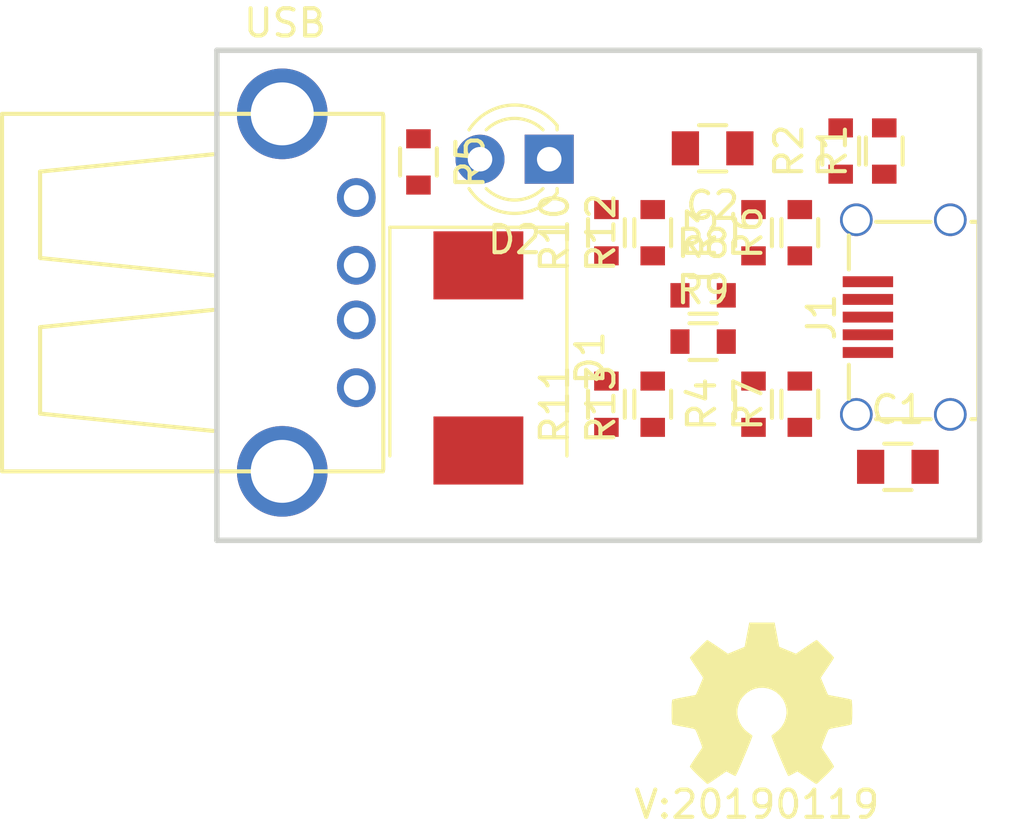
<source format=kicad_pcb>
(kicad_pcb (version 20171130) (host pcbnew 5.0.2-bee76a0~70~ubuntu18.04.1)

  (general
    (thickness 1.6)
    (drawings 4)
    (tracks 0)
    (zones 0)
    (modules 21)
    (nets 10)
  )

  (page A4)
  (layers
    (0 F.Cu signal)
    (31 B.Cu signal)
    (32 B.Adhes user)
    (33 F.Adhes user)
    (34 B.Paste user)
    (35 F.Paste user)
    (36 B.SilkS user)
    (37 F.SilkS user)
    (38 B.Mask user)
    (39 F.Mask user)
    (40 Dwgs.User user)
    (41 Cmts.User user)
    (42 Eco1.User user)
    (43 Eco2.User user)
    (44 Edge.Cuts user)
    (45 Margin user)
    (46 B.CrtYd user)
    (47 F.CrtYd user)
    (48 B.Fab user)
    (49 F.Fab user)
  )

  (setup
    (last_trace_width 0.1524)
    (user_trace_width 0.1524)
    (user_trace_width 0.2)
    (user_trace_width 0.3)
    (user_trace_width 0.4)
    (user_trace_width 0.6)
    (user_trace_width 1)
    (user_trace_width 1.5)
    (user_trace_width 2)
    (trace_clearance 0.1524)
    (zone_clearance 0.508)
    (zone_45_only no)
    (trace_min 0.1524)
    (segment_width 0.2)
    (edge_width 0.15)
    (via_size 0.381)
    (via_drill 0.254)
    (via_min_size 0.381)
    (via_min_drill 0.254)
    (user_via 0.4 0.254)
    (user_via 0.6 0.4)
    (user_via 0.8 0.6)
    (user_via 1 0.8)
    (user_via 1.3 1)
    (user_via 1.5 1.2)
    (user_via 1.7 1.4)
    (user_via 1.9 1.6)
    (uvia_size 0.381)
    (uvia_drill 0.254)
    (uvias_allowed no)
    (uvia_min_size 0.381)
    (uvia_min_drill 0.254)
    (pcb_text_width 0.3)
    (pcb_text_size 1.5 1.5)
    (mod_edge_width 0.15)
    (mod_text_size 1 1)
    (mod_text_width 0.15)
    (pad_size 1.524 1.524)
    (pad_drill 0.762)
    (pad_to_mask_clearance 0.2)
    (solder_mask_min_width 0.25)
    (aux_axis_origin 0 0)
    (visible_elements FFFFFF7F)
    (pcbplotparams
      (layerselection 0x010fc_ffffffff)
      (usegerberextensions true)
      (usegerberattributes false)
      (usegerberadvancedattributes false)
      (creategerberjobfile false)
      (excludeedgelayer true)
      (linewidth 0.100000)
      (plotframeref false)
      (viasonmask false)
      (mode 1)
      (useauxorigin false)
      (hpglpennumber 1)
      (hpglpenspeed 20)
      (hpglpendiameter 15.000000)
      (psnegative false)
      (psa4output false)
      (plotreference true)
      (plotvalue true)
      (plotinvisibletext false)
      (padsonsilk false)
      (subtractmaskfromsilk false)
      (outputformat 1)
      (mirror false)
      (drillshape 0)
      (scaleselection 1)
      (outputdirectory "OSH_Park_2_layer_plots"))
  )

  (net 0 "")
  (net 1 GND)
  (net 2 /shield)
  (net 3 VCC)
  (net 4 "Net-(D2-Pad2)")
  (net 5 "Net-(J1-Pad4)")
  (net 6 /USB_IN_D+)
  (net 7 /USB_IN_D-)
  (net 8 /USB_OUT_D+)
  (net 9 /USB_OUT_D-)

  (net_class Default "This is the default net class."
    (clearance 0.1524)
    (trace_width 0.1524)
    (via_dia 0.381)
    (via_drill 0.254)
    (uvia_dia 0.381)
    (uvia_drill 0.254)
    (add_net /USB_IN_D+)
    (add_net /USB_IN_D-)
    (add_net /USB_OUT_D+)
    (add_net /USB_OUT_D-)
    (add_net /shield)
    (add_net GND)
    (add_net "Net-(D2-Pad2)")
    (add_net "Net-(J1-Pad4)")
    (add_net VCC)
  )

  (module Symbols:OSHW-Symbol_6.7x6mm_SilkScreen (layer F.Cu) (tedit 0) (tstamp 5A135134)
    (at 148 101)
    (descr "Open Source Hardware Symbol")
    (tags "Logo Symbol OSHW")
    (path /5A135869)
    (attr virtual)
    (fp_text reference N1 (at 0 0) (layer F.SilkS) hide
      (effects (font (size 1 1) (thickness 0.15)))
    )
    (fp_text value OHWLOGO (at 0.75 0) (layer F.Fab) hide
      (effects (font (size 1 1) (thickness 0.15)))
    )
    (fp_poly (pts (xy 0.555814 -2.531069) (xy 0.639635 -2.086445) (xy 0.94892 -1.958947) (xy 1.258206 -1.831449)
      (xy 1.629246 -2.083754) (xy 1.733157 -2.154004) (xy 1.827087 -2.216728) (xy 1.906652 -2.269062)
      (xy 1.96747 -2.308143) (xy 2.005157 -2.331107) (xy 2.015421 -2.336058) (xy 2.03391 -2.323324)
      (xy 2.07342 -2.288118) (xy 2.129522 -2.234938) (xy 2.197787 -2.168282) (xy 2.273786 -2.092646)
      (xy 2.353092 -2.012528) (xy 2.431275 -1.932426) (xy 2.503907 -1.856836) (xy 2.566559 -1.790255)
      (xy 2.614803 -1.737182) (xy 2.64421 -1.702113) (xy 2.651241 -1.690377) (xy 2.641123 -1.66874)
      (xy 2.612759 -1.621338) (xy 2.569129 -1.552807) (xy 2.513218 -1.467785) (xy 2.448006 -1.370907)
      (xy 2.410219 -1.31565) (xy 2.341343 -1.214752) (xy 2.28014 -1.123701) (xy 2.229578 -1.04703)
      (xy 2.192628 -0.989272) (xy 2.172258 -0.954957) (xy 2.169197 -0.947746) (xy 2.176136 -0.927252)
      (xy 2.195051 -0.879487) (xy 2.223087 -0.811168) (xy 2.257391 -0.729011) (xy 2.295109 -0.63973)
      (xy 2.333387 -0.550042) (xy 2.36937 -0.466662) (xy 2.400206 -0.396306) (xy 2.423039 -0.34569)
      (xy 2.435017 -0.321529) (xy 2.435724 -0.320578) (xy 2.454531 -0.315964) (xy 2.504618 -0.305672)
      (xy 2.580793 -0.290713) (xy 2.677865 -0.272099) (xy 2.790643 -0.250841) (xy 2.856442 -0.238582)
      (xy 2.97695 -0.215638) (xy 3.085797 -0.193805) (xy 3.177476 -0.174278) (xy 3.246481 -0.158252)
      (xy 3.287304 -0.146921) (xy 3.295511 -0.143326) (xy 3.303548 -0.118994) (xy 3.310033 -0.064041)
      (xy 3.31497 0.015108) (xy 3.318364 0.112026) (xy 3.320218 0.220287) (xy 3.320538 0.333465)
      (xy 3.319327 0.445135) (xy 3.31659 0.548868) (xy 3.312331 0.638241) (xy 3.306555 0.706826)
      (xy 3.299267 0.748197) (xy 3.294895 0.75681) (xy 3.268764 0.767133) (xy 3.213393 0.781892)
      (xy 3.136107 0.799352) (xy 3.04423 0.81778) (xy 3.012158 0.823741) (xy 2.857524 0.852066)
      (xy 2.735375 0.874876) (xy 2.641673 0.89308) (xy 2.572384 0.907583) (xy 2.523471 0.919292)
      (xy 2.490897 0.929115) (xy 2.470628 0.937956) (xy 2.458626 0.946724) (xy 2.456947 0.948457)
      (xy 2.440184 0.976371) (xy 2.414614 1.030695) (xy 2.382788 1.104777) (xy 2.34726 1.191965)
      (xy 2.310583 1.285608) (xy 2.275311 1.379052) (xy 2.243996 1.465647) (xy 2.219193 1.53874)
      (xy 2.203454 1.591678) (xy 2.199332 1.617811) (xy 2.199676 1.618726) (xy 2.213641 1.640086)
      (xy 2.245322 1.687084) (xy 2.291391 1.754827) (xy 2.348518 1.838423) (xy 2.413373 1.932982)
      (xy 2.431843 1.959854) (xy 2.497699 2.057275) (xy 2.55565 2.146163) (xy 2.602538 2.221412)
      (xy 2.635207 2.27792) (xy 2.6505 2.310581) (xy 2.651241 2.314593) (xy 2.638392 2.335684)
      (xy 2.602888 2.377464) (xy 2.549293 2.435445) (xy 2.482171 2.505135) (xy 2.406087 2.582045)
      (xy 2.325604 2.661683) (xy 2.245287 2.739561) (xy 2.169699 2.811186) (xy 2.103405 2.87207)
      (xy 2.050969 2.917721) (xy 2.016955 2.94365) (xy 2.007545 2.947883) (xy 1.985643 2.937912)
      (xy 1.9408 2.91102) (xy 1.880321 2.871736) (xy 1.833789 2.840117) (xy 1.749475 2.782098)
      (xy 1.649626 2.713784) (xy 1.549473 2.645579) (xy 1.495627 2.609075) (xy 1.313371 2.4858)
      (xy 1.160381 2.56852) (xy 1.090682 2.604759) (xy 1.031414 2.632926) (xy 0.991311 2.648991)
      (xy 0.981103 2.651226) (xy 0.968829 2.634722) (xy 0.944613 2.588082) (xy 0.910263 2.515609)
      (xy 0.867588 2.421606) (xy 0.818394 2.310374) (xy 0.76449 2.186215) (xy 0.707684 2.053432)
      (xy 0.649782 1.916327) (xy 0.592593 1.779202) (xy 0.537924 1.646358) (xy 0.487584 1.522098)
      (xy 0.44338 1.410725) (xy 0.407119 1.316539) (xy 0.380609 1.243844) (xy 0.365658 1.196941)
      (xy 0.363254 1.180833) (xy 0.382311 1.160286) (xy 0.424036 1.126933) (xy 0.479706 1.087702)
      (xy 0.484378 1.084599) (xy 0.628264 0.969423) (xy 0.744283 0.835053) (xy 0.83143 0.685784)
      (xy 0.888699 0.525913) (xy 0.915086 0.359737) (xy 0.909585 0.191552) (xy 0.87119 0.025655)
      (xy 0.798895 -0.133658) (xy 0.777626 -0.168513) (xy 0.666996 -0.309263) (xy 0.536302 -0.422286)
      (xy 0.390064 -0.506997) (xy 0.232808 -0.562806) (xy 0.069057 -0.589126) (xy -0.096667 -0.58537)
      (xy -0.259838 -0.55095) (xy -0.415935 -0.485277) (xy -0.560433 -0.387765) (xy -0.605131 -0.348187)
      (xy -0.718888 -0.224297) (xy -0.801782 -0.093876) (xy -0.858644 0.052315) (xy -0.890313 0.197088)
      (xy -0.898131 0.35986) (xy -0.872062 0.52344) (xy -0.814755 0.682298) (xy -0.728856 0.830906)
      (xy -0.617014 0.963735) (xy -0.481877 1.075256) (xy -0.464117 1.087011) (xy -0.40785 1.125508)
      (xy -0.365077 1.158863) (xy -0.344628 1.18016) (xy -0.344331 1.180833) (xy -0.348721 1.203871)
      (xy -0.366124 1.256157) (xy -0.394732 1.33339) (xy -0.432735 1.431268) (xy -0.478326 1.545491)
      (xy -0.529697 1.671758) (xy -0.585038 1.805767) (xy -0.642542 1.943218) (xy -0.700399 2.079808)
      (xy -0.756802 2.211237) (xy -0.809942 2.333205) (xy -0.85801 2.441409) (xy -0.899199 2.531549)
      (xy -0.931699 2.599323) (xy -0.953703 2.64043) (xy -0.962564 2.651226) (xy -0.98964 2.642819)
      (xy -1.040303 2.620272) (xy -1.105817 2.587613) (xy -1.141841 2.56852) (xy -1.294832 2.4858)
      (xy -1.477088 2.609075) (xy -1.570125 2.672228) (xy -1.671985 2.741727) (xy -1.767438 2.807165)
      (xy -1.81525 2.840117) (xy -1.882495 2.885273) (xy -1.939436 2.921057) (xy -1.978646 2.942938)
      (xy -1.991381 2.947563) (xy -2.009917 2.935085) (xy -2.050941 2.900252) (xy -2.110475 2.846678)
      (xy -2.184542 2.777983) (xy -2.269165 2.697781) (xy -2.322685 2.646286) (xy -2.416319 2.554286)
      (xy -2.497241 2.471999) (xy -2.562177 2.402945) (xy -2.607858 2.350644) (xy -2.631011 2.318616)
      (xy -2.633232 2.312116) (xy -2.622924 2.287394) (xy -2.594439 2.237405) (xy -2.550937 2.167212)
      (xy -2.495577 2.081875) (xy -2.43152 1.986456) (xy -2.413303 1.959854) (xy -2.346927 1.863167)
      (xy -2.287378 1.776117) (xy -2.237984 1.703595) (xy -2.202075 1.650493) (xy -2.182981 1.621703)
      (xy -2.181136 1.618726) (xy -2.183895 1.595782) (xy -2.198538 1.545336) (xy -2.222513 1.474041)
      (xy -2.253266 1.388547) (xy -2.288244 1.295507) (xy -2.324893 1.201574) (xy -2.360661 1.113399)
      (xy -2.392994 1.037634) (xy -2.419338 0.980931) (xy -2.437142 0.949943) (xy -2.438407 0.948457)
      (xy -2.449294 0.939601) (xy -2.467682 0.930843) (xy -2.497606 0.921277) (xy -2.543103 0.909996)
      (xy -2.608209 0.896093) (xy -2.696961 0.878663) (xy -2.813393 0.856798) (xy -2.961542 0.829591)
      (xy -2.993618 0.823741) (xy -3.088686 0.805374) (xy -3.171565 0.787405) (xy -3.23493 0.771569)
      (xy -3.271458 0.7596) (xy -3.276356 0.75681) (xy -3.284427 0.732072) (xy -3.290987 0.67679)
      (xy -3.296033 0.597389) (xy -3.299559 0.500296) (xy -3.301561 0.391938) (xy -3.302036 0.27874)
      (xy -3.300977 0.167128) (xy -3.298382 0.063529) (xy -3.294246 -0.025632) (xy -3.288563 -0.093928)
      (xy -3.281331 -0.134934) (xy -3.276971 -0.143326) (xy -3.252698 -0.151792) (xy -3.197426 -0.165565)
      (xy -3.116662 -0.18345) (xy -3.015912 -0.204252) (xy -2.900683 -0.226777) (xy -2.837902 -0.238582)
      (xy -2.718787 -0.260849) (xy -2.612565 -0.281021) (xy -2.524427 -0.298085) (xy -2.459566 -0.311031)
      (xy -2.423174 -0.318845) (xy -2.417184 -0.320578) (xy -2.407061 -0.34011) (xy -2.385662 -0.387157)
      (xy -2.355839 -0.454997) (xy -2.320445 -0.536909) (xy -2.282332 -0.626172) (xy -2.244353 -0.716065)
      (xy -2.20936 -0.799865) (xy -2.180206 -0.870853) (xy -2.159743 -0.922306) (xy -2.150823 -0.947503)
      (xy -2.150657 -0.948604) (xy -2.160769 -0.968481) (xy -2.189117 -1.014223) (xy -2.232723 -1.081283)
      (xy -2.288606 -1.165116) (xy -2.353787 -1.261174) (xy -2.391679 -1.31635) (xy -2.460725 -1.417519)
      (xy -2.52205 -1.50937) (xy -2.572663 -1.587256) (xy -2.609571 -1.646531) (xy -2.629782 -1.682549)
      (xy -2.632701 -1.690623) (xy -2.620153 -1.709416) (xy -2.585463 -1.749543) (xy -2.533063 -1.806507)
      (xy -2.467384 -1.875815) (xy -2.392856 -1.952969) (xy -2.313913 -2.033475) (xy -2.234983 -2.112837)
      (xy -2.1605 -2.18656) (xy -2.094894 -2.250148) (xy -2.042596 -2.299106) (xy -2.008039 -2.328939)
      (xy -1.996478 -2.336058) (xy -1.977654 -2.326047) (xy -1.932631 -2.297922) (xy -1.865787 -2.254546)
      (xy -1.781499 -2.198782) (xy -1.684144 -2.133494) (xy -1.610707 -2.083754) (xy -1.239667 -1.831449)
      (xy -0.621095 -2.086445) (xy -0.537275 -2.531069) (xy -0.453454 -2.975693) (xy 0.471994 -2.975693)
      (xy 0.555814 -2.531069)) (layer F.SilkS) (width 0.01))
  )

  (module SquantorLabels:Label_version (layer F.Cu) (tedit 5B5A1E49) (tstamp 5B96DD88)
    (at 148.9 104.8)
    (path /5A1357A5)
    (fp_text reference N2 (at 0 1.4) (layer F.Fab) hide
      (effects (font (size 1 1) (thickness 0.15)))
    )
    (fp_text value 20190119 (at -0.4 -0.1) (layer F.SilkS)
      (effects (font (size 1 1) (thickness 0.15)))
    )
    (fp_text user V: (at -4.9 -0.1) (layer F.SilkS)
      (effects (font (size 1 1) (thickness 0.15)))
    )
  )

  (module SquantorRcl:C_0805 (layer F.Cu) (tedit 5415D6EA) (tstamp 5C5AF798)
    (at 153 92.3)
    (descr "Capacitor SMD 0805, reflow soldering, AVX (see smccp.pdf)")
    (tags "capacitor 0805")
    (path /5C44011C)
    (attr smd)
    (fp_text reference C1 (at 0 -2.1) (layer F.SilkS)
      (effects (font (size 1 1) (thickness 0.15)))
    )
    (fp_text value 10n (at 0 2.1) (layer F.Fab)
      (effects (font (size 1 1) (thickness 0.15)))
    )
    (fp_line (start -1 0.625) (end -1 -0.625) (layer F.Fab) (width 0.15))
    (fp_line (start 1 0.625) (end -1 0.625) (layer F.Fab) (width 0.15))
    (fp_line (start 1 -0.625) (end 1 0.625) (layer F.Fab) (width 0.15))
    (fp_line (start -1 -0.625) (end 1 -0.625) (layer F.Fab) (width 0.15))
    (fp_line (start -1.8 -1) (end 1.8 -1) (layer F.CrtYd) (width 0.05))
    (fp_line (start -1.8 1) (end 1.8 1) (layer F.CrtYd) (width 0.05))
    (fp_line (start -1.8 -1) (end -1.8 1) (layer F.CrtYd) (width 0.05))
    (fp_line (start 1.8 -1) (end 1.8 1) (layer F.CrtYd) (width 0.05))
    (fp_line (start 0.5 -0.85) (end -0.5 -0.85) (layer F.SilkS) (width 0.15))
    (fp_line (start -0.5 0.85) (end 0.5 0.85) (layer F.SilkS) (width 0.15))
    (pad 1 smd rect (at -1 0) (size 1 1.25) (layers F.Cu F.Paste F.Mask)
      (net 1 GND))
    (pad 2 smd rect (at 1 0) (size 1 1.25) (layers F.Cu F.Paste F.Mask)
      (net 2 /shield))
    (model Capacitors_SMD.3dshapes/C_0805.wrl
      (at (xyz 0 0 0))
      (scale (xyz 1 1 1))
      (rotate (xyz 0 0 0))
    )
  )

  (module SquantorRcl:C_0805 (layer F.Cu) (tedit 5415D6EA) (tstamp 5C5AF7A8)
    (at 146.2 80.6 180)
    (descr "Capacitor SMD 0805, reflow soldering, AVX (see smccp.pdf)")
    (tags "capacitor 0805")
    (path /5C4422BD)
    (attr smd)
    (fp_text reference C2 (at 0 -2.1 180) (layer F.SilkS)
      (effects (font (size 1 1) (thickness 0.15)))
    )
    (fp_text value 2.2u (at 0 2.1 180) (layer F.Fab)
      (effects (font (size 1 1) (thickness 0.15)))
    )
    (fp_line (start -0.5 0.85) (end 0.5 0.85) (layer F.SilkS) (width 0.15))
    (fp_line (start 0.5 -0.85) (end -0.5 -0.85) (layer F.SilkS) (width 0.15))
    (fp_line (start 1.8 -1) (end 1.8 1) (layer F.CrtYd) (width 0.05))
    (fp_line (start -1.8 -1) (end -1.8 1) (layer F.CrtYd) (width 0.05))
    (fp_line (start -1.8 1) (end 1.8 1) (layer F.CrtYd) (width 0.05))
    (fp_line (start -1.8 -1) (end 1.8 -1) (layer F.CrtYd) (width 0.05))
    (fp_line (start -1 -0.625) (end 1 -0.625) (layer F.Fab) (width 0.15))
    (fp_line (start 1 -0.625) (end 1 0.625) (layer F.Fab) (width 0.15))
    (fp_line (start 1 0.625) (end -1 0.625) (layer F.Fab) (width 0.15))
    (fp_line (start -1 0.625) (end -1 -0.625) (layer F.Fab) (width 0.15))
    (pad 2 smd rect (at 1 0 180) (size 1 1.25) (layers F.Cu F.Paste F.Mask)
      (net 3 VCC))
    (pad 1 smd rect (at -1 0 180) (size 1 1.25) (layers F.Cu F.Paste F.Mask)
      (net 1 GND))
    (model Capacitors_SMD.3dshapes/C_0805.wrl
      (at (xyz 0 0 0))
      (scale (xyz 1 1 1))
      (rotate (xyz 0 0 0))
    )
  )

  (module Diode_SMD:D_SMC (layer F.Cu) (tedit 5864295D) (tstamp 5C5AF7C0)
    (at 137.6 88.3 270)
    (descr "Diode SMC (DO-214AB)")
    (tags "Diode SMC (DO-214AB)")
    (path /5C4447BE)
    (attr smd)
    (fp_text reference D1 (at 0 -4.1 270) (layer F.SilkS)
      (effects (font (size 1 1) (thickness 0.15)))
    )
    (fp_text value 5V_TVS (at 0 4.2 270) (layer F.Fab)
      (effects (font (size 1 1) (thickness 0.15)))
    )
    (fp_text user %R (at 0 -1.9 270) (layer F.Fab)
      (effects (font (size 1 1) (thickness 0.15)))
    )
    (fp_line (start -4.8 3.25) (end -4.8 -3.25) (layer F.SilkS) (width 0.12))
    (fp_line (start 3.55 3.1) (end -3.55 3.1) (layer F.Fab) (width 0.1))
    (fp_line (start -3.55 3.1) (end -3.55 -3.1) (layer F.Fab) (width 0.1))
    (fp_line (start 3.55 -3.1) (end 3.55 3.1) (layer F.Fab) (width 0.1))
    (fp_line (start 3.55 -3.1) (end -3.55 -3.1) (layer F.Fab) (width 0.1))
    (fp_line (start -4.9 -3.35) (end 4.9 -3.35) (layer F.CrtYd) (width 0.05))
    (fp_line (start 4.9 -3.35) (end 4.9 3.35) (layer F.CrtYd) (width 0.05))
    (fp_line (start 4.9 3.35) (end -4.9 3.35) (layer F.CrtYd) (width 0.05))
    (fp_line (start -4.9 3.35) (end -4.9 -3.35) (layer F.CrtYd) (width 0.05))
    (fp_line (start -0.64944 0.00102) (end -1.55114 0.00102) (layer F.Fab) (width 0.1))
    (fp_line (start 0.50118 0.00102) (end 1.4994 0.00102) (layer F.Fab) (width 0.1))
    (fp_line (start -0.64944 -0.79908) (end -0.64944 0.80112) (layer F.Fab) (width 0.1))
    (fp_line (start 0.50118 0.75032) (end 0.50118 -0.79908) (layer F.Fab) (width 0.1))
    (fp_line (start -0.64944 0.00102) (end 0.50118 0.75032) (layer F.Fab) (width 0.1))
    (fp_line (start -0.64944 0.00102) (end 0.50118 -0.79908) (layer F.Fab) (width 0.1))
    (fp_line (start -4.8 3.25) (end 3.6 3.25) (layer F.SilkS) (width 0.12))
    (fp_line (start -4.8 -3.25) (end 3.6 -3.25) (layer F.SilkS) (width 0.12))
    (pad 1 smd rect (at -3.4 0) (size 3.3 2.5) (layers F.Cu F.Paste F.Mask)
      (net 3 VCC))
    (pad 2 smd rect (at 3.4 0) (size 3.3 2.5) (layers F.Cu F.Paste F.Mask)
      (net 1 GND))
    (model ${KISYS3DMOD}/Diode_SMD.3dshapes/D_SMC.wrl
      (at (xyz 0 0 0))
      (scale (xyz 1 1 1))
      (rotate (xyz 0 0 0))
    )
  )

  (module LED_THT:LED_D3.0mm (layer F.Cu) (tedit 587A3A7B) (tstamp 5C5AF7D3)
    (at 140.2 81 180)
    (descr "LED, diameter 3.0mm, 2 pins")
    (tags "LED diameter 3.0mm 2 pins")
    (path /5C43A924)
    (fp_text reference D2 (at 1.27 -2.96 180) (layer F.SilkS)
      (effects (font (size 1 1) (thickness 0.15)))
    )
    (fp_text value LED (at 1.27 2.96 180) (layer F.Fab)
      (effects (font (size 1 1) (thickness 0.15)))
    )
    (fp_arc (start 1.27 0) (end -0.23 -1.16619) (angle 284.3) (layer F.Fab) (width 0.1))
    (fp_arc (start 1.27 0) (end -0.29 -1.235516) (angle 108.8) (layer F.SilkS) (width 0.12))
    (fp_arc (start 1.27 0) (end -0.29 1.235516) (angle -108.8) (layer F.SilkS) (width 0.12))
    (fp_arc (start 1.27 0) (end 0.229039 -1.08) (angle 87.9) (layer F.SilkS) (width 0.12))
    (fp_arc (start 1.27 0) (end 0.229039 1.08) (angle -87.9) (layer F.SilkS) (width 0.12))
    (fp_circle (center 1.27 0) (end 2.77 0) (layer F.Fab) (width 0.1))
    (fp_line (start -0.23 -1.16619) (end -0.23 1.16619) (layer F.Fab) (width 0.1))
    (fp_line (start -0.29 -1.236) (end -0.29 -1.08) (layer F.SilkS) (width 0.12))
    (fp_line (start -0.29 1.08) (end -0.29 1.236) (layer F.SilkS) (width 0.12))
    (fp_line (start -1.15 -2.25) (end -1.15 2.25) (layer F.CrtYd) (width 0.05))
    (fp_line (start -1.15 2.25) (end 3.7 2.25) (layer F.CrtYd) (width 0.05))
    (fp_line (start 3.7 2.25) (end 3.7 -2.25) (layer F.CrtYd) (width 0.05))
    (fp_line (start 3.7 -2.25) (end -1.15 -2.25) (layer F.CrtYd) (width 0.05))
    (pad 1 thru_hole rect (at 0 0 180) (size 1.8 1.8) (drill 0.9) (layers *.Cu *.Mask)
      (net 1 GND))
    (pad 2 thru_hole circle (at 2.54 0 180) (size 1.8 1.8) (drill 0.9) (layers *.Cu *.Mask)
      (net 4 "Net-(D2-Pad2)"))
    (model ${KISYS3DMOD}/LED_THT.3dshapes/LED_D3.0mm.wrl
      (at (xyz 0 0 0))
      (scale (xyz 1 1 1))
      (rotate (xyz 0 0 0))
    )
  )

  (module SquantorUsb:USB-muB-SMD_TH (layer F.Cu) (tedit 5B3D26BA) (tstamp 5C5AF7FC)
    (at 153.2 86.8 90)
    (path /5C430797)
    (fp_text reference J1 (at 0 -3 90) (layer F.SilkS)
      (effects (font (size 1 1) (thickness 0.15)))
    )
    (fp_text value USB-ID (at 0 3.6 90) (layer F.Fab)
      (effects (font (size 1 1) (thickness 0.15)))
    )
    (fp_line (start 3.5 2.5) (end 3.5 2.75) (layer F.SilkS) (width 0.15))
    (fp_line (start 3.5 2.75) (end -3.75 2.75) (layer F.SilkS) (width 0.15))
    (fp_line (start -3.75 2.75) (end -3.75 2.5) (layer F.SilkS) (width 0.15))
    (fp_line (start -3.75 -1) (end -3.75 1) (layer F.SilkS) (width 0.15))
    (fp_line (start 3.5 -1) (end 3.5 1) (layer F.SilkS) (width 0.15))
    (fp_line (start 1.75 -2) (end 3 -2) (layer F.SilkS) (width 0.15))
    (fp_line (start -3 -2) (end -1.75 -2) (layer F.SilkS) (width 0.15))
    (pad S thru_hole circle (at -3.575 -1.725 90) (size 1.2 1.2) (drill 1) (layers *.Cu *.Mask)
      (net 2 /shield))
    (pad S thru_hole circle (at 3.575 -1.725 90) (size 1.2 1.2) (drill 1) (layers *.Cu *.Mask)
      (net 2 /shield))
    (pad S thru_hole circle (at -3.575 1.725 90) (size 1.2 1.2) (drill 1) (layers *.Cu *.Mask)
      (net 2 /shield))
    (pad "" np_thru_hole circle (at -2 -0.575 90) (size 0.8 0.8) (drill 0.8) (layers *.Cu))
    (pad 5 smd rect (at 1.3 -1.3 90) (size 0.4 1.85) (layers F.Cu F.Paste F.Mask)
      (net 1 GND))
    (pad 4 smd rect (at 0.65 -1.3 90) (size 0.4 1.85) (layers F.Cu F.Paste F.Mask)
      (net 5 "Net-(J1-Pad4)"))
    (pad 3 smd rect (at 0 -1.3 90) (size 0.4 1.85) (layers F.Cu F.Paste F.Mask)
      (net 6 /USB_IN_D+))
    (pad 2 smd rect (at -0.65 -1.3 90) (size 0.4 1.85) (layers F.Cu F.Paste F.Mask)
      (net 7 /USB_IN_D-))
    (pad 1 smd rect (at -1.3 -1.3 90) (size 0.4 1.85) (layers F.Cu F.Paste F.Mask)
      (net 3 VCC))
    (pad "" np_thru_hole circle (at 2 -0.575 90) (size 0.8 0.8) (drill 0.8) (layers *.Cu))
    (pad S thru_hole circle (at 3.575 1.725 90) (size 1.2 1.2) (drill 1) (layers *.Cu *.Mask)
      (net 2 /shield))
  )

  (module SquantorUsb:USB-A-TH (layer F.Cu) (tedit 5B3D2766) (tstamp 5C5AF810)
    (at 130.4 85.9)
    (descr "USB SERIES A HOLE MOUNTED")
    (tags "USB SERIES A HOLE MOUNTED")
    (path /5C43080D)
    (attr virtual)
    (fp_text reference J2 (at 0 9.6) (layer F.Fab)
      (effects (font (size 1 1) (thickness 0.15)))
    )
    (fp_text value USB (at 0.1 -9.9 180) (layer F.SilkS)
      (effects (font (size 1 1) (thickness 0.15)))
    )
    (fp_line (start 3.6957 -6.5659) (end -10.287 -6.5659) (layer F.SilkS) (width 0.15))
    (fp_line (start 3.6957 6.5659) (end -10.287 6.5659) (layer F.SilkS) (width 0.15))
    (fp_line (start -10.287 -6.477) (end -10.287 6.477) (layer F.SilkS) (width 0.15))
    (fp_line (start 3.7084 -6.5024) (end 3.7084 6.5024) (layer F.SilkS) (width 0.15))
    (fp_line (start -2.54 5.08) (end -8.89 4.445) (layer F.SilkS) (width 0.15))
    (fp_line (start -8.89 4.445) (end -8.89 1.27) (layer F.SilkS) (width 0.15))
    (fp_line (start -8.89 1.27) (end -2.54 0.635) (layer F.SilkS) (width 0.15))
    (fp_line (start -2.54 -5.08) (end -8.89 -4.445) (layer F.SilkS) (width 0.15))
    (fp_line (start -8.89 -4.445) (end -8.89 -1.27) (layer F.SilkS) (width 0.15))
    (fp_line (start -8.89 -1.27) (end -2.54 -0.635) (layer F.SilkS) (width 0.15))
    (pad 3 thru_hole circle (at 2.7178 1.0033) (size 1.4224 1.4224) (drill 0.9144) (layers *.Cu *.Mask)
      (net 8 /USB_OUT_D+))
    (pad 2 thru_hole circle (at 2.7178 -1.0033) (size 1.4224 1.4224) (drill 0.9144) (layers *.Cu *.Mask)
      (net 9 /USB_OUT_D-))
    (pad 4 thru_hole circle (at 2.7178 3.4925) (size 1.4224 1.4224) (drill 0.9144) (layers *.Cu *.Mask)
      (net 1 GND))
    (pad S thru_hole circle (at 0 6.5659) (size 3.3274 3.3274) (drill 2.3114) (layers *.Cu *.Mask)
      (net 2 /shield))
    (pad S thru_hole circle (at 0 -6.5659) (size 3.3274 3.3274) (drill 2.3114) (layers *.Cu *.Mask)
      (net 2 /shield))
    (pad 1 thru_hole circle (at 2.7178 -3.4925) (size 1.4224 1.4224) (drill 0.9144) (layers *.Cu *.Mask)
      (net 3 VCC))
  )

  (module SquantorRcl:R_0603_hand (layer F.Cu) (tedit 587552B0) (tstamp 5C5AF820)
    (at 152.5 80.7 90)
    (descr "Resistor SMD 0603, reflow soldering, Vishay (see dcrcw.pdf)")
    (tags "resistor 0603")
    (path /5C430DF8)
    (attr smd)
    (fp_text reference R1 (at 0 -1.9 90) (layer F.SilkS)
      (effects (font (size 1 1) (thickness 0.15)))
    )
    (fp_text value R (at 0 1.9 90) (layer F.Fab)
      (effects (font (size 1 1) (thickness 0.15)))
    )
    (fp_line (start -0.8 0.4) (end -0.8 -0.4) (layer F.Fab) (width 0.1))
    (fp_line (start 0.8 0.4) (end -0.8 0.4) (layer F.Fab) (width 0.1))
    (fp_line (start 0.8 -0.4) (end 0.8 0.4) (layer F.Fab) (width 0.1))
    (fp_line (start -0.8 -0.4) (end 0.8 -0.4) (layer F.Fab) (width 0.1))
    (fp_line (start -1.5 -0.8) (end 1.5 -0.8) (layer F.CrtYd) (width 0.05))
    (fp_line (start -1.5 0.8) (end 1.5 0.8) (layer F.CrtYd) (width 0.05))
    (fp_line (start -1.5 -0.8) (end -1.5 0.8) (layer F.CrtYd) (width 0.05))
    (fp_line (start 1.5 -0.8) (end 1.5 0.8) (layer F.CrtYd) (width 0.05))
    (fp_line (start 0.5 0.675) (end -0.5 0.675) (layer F.SilkS) (width 0.15))
    (fp_line (start -0.5 -0.675) (end 0.5 -0.675) (layer F.SilkS) (width 0.15))
    (pad 1 smd rect (at -0.85 0 90) (size 0.7 0.9) (layers F.Cu F.Paste F.Mask)
      (net 5 "Net-(J1-Pad4)"))
    (pad 2 smd rect (at 0.85 0 90) (size 0.7 0.9) (layers F.Cu F.Paste F.Mask)
      (net 1 GND))
    (model Resistors_SMD.3dshapes/R_0603.wrl
      (at (xyz 0 0 0))
      (scale (xyz 1 1 1))
      (rotate (xyz 0 0 0))
    )
  )

  (module SquantorRcl:R_0603_hand (layer F.Cu) (tedit 587552B0) (tstamp 5C5AF830)
    (at 150.9 80.7 90)
    (descr "Resistor SMD 0603, reflow soldering, Vishay (see dcrcw.pdf)")
    (tags "resistor 0603")
    (path /5C430E8B)
    (attr smd)
    (fp_text reference R2 (at 0 -1.9 90) (layer F.SilkS)
      (effects (font (size 1 1) (thickness 0.15)))
    )
    (fp_text value R (at 0 1.9 90) (layer F.Fab)
      (effects (font (size 1 1) (thickness 0.15)))
    )
    (fp_line (start -0.5 -0.675) (end 0.5 -0.675) (layer F.SilkS) (width 0.15))
    (fp_line (start 0.5 0.675) (end -0.5 0.675) (layer F.SilkS) (width 0.15))
    (fp_line (start 1.5 -0.8) (end 1.5 0.8) (layer F.CrtYd) (width 0.05))
    (fp_line (start -1.5 -0.8) (end -1.5 0.8) (layer F.CrtYd) (width 0.05))
    (fp_line (start -1.5 0.8) (end 1.5 0.8) (layer F.CrtYd) (width 0.05))
    (fp_line (start -1.5 -0.8) (end 1.5 -0.8) (layer F.CrtYd) (width 0.05))
    (fp_line (start -0.8 -0.4) (end 0.8 -0.4) (layer F.Fab) (width 0.1))
    (fp_line (start 0.8 -0.4) (end 0.8 0.4) (layer F.Fab) (width 0.1))
    (fp_line (start 0.8 0.4) (end -0.8 0.4) (layer F.Fab) (width 0.1))
    (fp_line (start -0.8 0.4) (end -0.8 -0.4) (layer F.Fab) (width 0.1))
    (pad 2 smd rect (at 0.85 0 90) (size 0.7 0.9) (layers F.Cu F.Paste F.Mask)
      (net 3 VCC))
    (pad 1 smd rect (at -0.85 0 90) (size 0.7 0.9) (layers F.Cu F.Paste F.Mask)
      (net 5 "Net-(J1-Pad4)"))
    (model Resistors_SMD.3dshapes/R_0603.wrl
      (at (xyz 0 0 0))
      (scale (xyz 1 1 1))
      (rotate (xyz 0 0 0))
    )
  )

  (module SquantorRcl:R_0603_hand (layer F.Cu) (tedit 587552B0) (tstamp 5C5AF840)
    (at 147.7 83.7 90)
    (descr "Resistor SMD 0603, reflow soldering, Vishay (see dcrcw.pdf)")
    (tags "resistor 0603")
    (path /5C4343AC)
    (attr smd)
    (fp_text reference R3 (at 0 -1.9 90) (layer F.SilkS)
      (effects (font (size 1 1) (thickness 0.15)))
    )
    (fp_text value TBD (at 0 1.9 90) (layer F.Fab)
      (effects (font (size 1 1) (thickness 0.15)))
    )
    (fp_line (start -0.5 -0.675) (end 0.5 -0.675) (layer F.SilkS) (width 0.15))
    (fp_line (start 0.5 0.675) (end -0.5 0.675) (layer F.SilkS) (width 0.15))
    (fp_line (start 1.5 -0.8) (end 1.5 0.8) (layer F.CrtYd) (width 0.05))
    (fp_line (start -1.5 -0.8) (end -1.5 0.8) (layer F.CrtYd) (width 0.05))
    (fp_line (start -1.5 0.8) (end 1.5 0.8) (layer F.CrtYd) (width 0.05))
    (fp_line (start -1.5 -0.8) (end 1.5 -0.8) (layer F.CrtYd) (width 0.05))
    (fp_line (start -0.8 -0.4) (end 0.8 -0.4) (layer F.Fab) (width 0.1))
    (fp_line (start 0.8 -0.4) (end 0.8 0.4) (layer F.Fab) (width 0.1))
    (fp_line (start 0.8 0.4) (end -0.8 0.4) (layer F.Fab) (width 0.1))
    (fp_line (start -0.8 0.4) (end -0.8 -0.4) (layer F.Fab) (width 0.1))
    (pad 2 smd rect (at 0.85 0 90) (size 0.7 0.9) (layers F.Cu F.Paste F.Mask)
      (net 3 VCC))
    (pad 1 smd rect (at -0.85 0 90) (size 0.7 0.9) (layers F.Cu F.Paste F.Mask)
      (net 7 /USB_IN_D-))
    (model Resistors_SMD.3dshapes/R_0603.wrl
      (at (xyz 0 0 0))
      (scale (xyz 1 1 1))
      (rotate (xyz 0 0 0))
    )
  )

  (module SquantorRcl:R_0603_hand (layer F.Cu) (tedit 587552B0) (tstamp 5C5AF850)
    (at 147.7 90 90)
    (descr "Resistor SMD 0603, reflow soldering, Vishay (see dcrcw.pdf)")
    (tags "resistor 0603")
    (path /5C432A91)
    (attr smd)
    (fp_text reference R4 (at 0 -1.9 90) (layer F.SilkS)
      (effects (font (size 1 1) (thickness 0.15)))
    )
    (fp_text value TBD (at 0 1.7 90) (layer F.Fab)
      (effects (font (size 1 1) (thickness 0.15)))
    )
    (fp_line (start -0.8 0.4) (end -0.8 -0.4) (layer F.Fab) (width 0.1))
    (fp_line (start 0.8 0.4) (end -0.8 0.4) (layer F.Fab) (width 0.1))
    (fp_line (start 0.8 -0.4) (end 0.8 0.4) (layer F.Fab) (width 0.1))
    (fp_line (start -0.8 -0.4) (end 0.8 -0.4) (layer F.Fab) (width 0.1))
    (fp_line (start -1.5 -0.8) (end 1.5 -0.8) (layer F.CrtYd) (width 0.05))
    (fp_line (start -1.5 0.8) (end 1.5 0.8) (layer F.CrtYd) (width 0.05))
    (fp_line (start -1.5 -0.8) (end -1.5 0.8) (layer F.CrtYd) (width 0.05))
    (fp_line (start 1.5 -0.8) (end 1.5 0.8) (layer F.CrtYd) (width 0.05))
    (fp_line (start 0.5 0.675) (end -0.5 0.675) (layer F.SilkS) (width 0.15))
    (fp_line (start -0.5 -0.675) (end 0.5 -0.675) (layer F.SilkS) (width 0.15))
    (pad 1 smd rect (at -0.85 0 90) (size 0.7 0.9) (layers F.Cu F.Paste F.Mask)
      (net 1 GND))
    (pad 2 smd rect (at 0.85 0 90) (size 0.7 0.9) (layers F.Cu F.Paste F.Mask)
      (net 7 /USB_IN_D-))
    (model Resistors_SMD.3dshapes/R_0603.wrl
      (at (xyz 0 0 0))
      (scale (xyz 1 1 1))
      (rotate (xyz 0 0 0))
    )
  )

  (module SquantorRcl:R_0603_hand (layer F.Cu) (tedit 587552B0) (tstamp 5C5AF860)
    (at 135.4 81.1 270)
    (descr "Resistor SMD 0603, reflow soldering, Vishay (see dcrcw.pdf)")
    (tags "resistor 0603")
    (path /5C43A7F8)
    (attr smd)
    (fp_text reference R5 (at 0 -1.9 270) (layer F.SilkS)
      (effects (font (size 1 1) (thickness 0.15)))
    )
    (fp_text value 1K (at 0 1.9 270) (layer F.Fab)
      (effects (font (size 1 1) (thickness 0.15)))
    )
    (fp_line (start -0.5 -0.675) (end 0.5 -0.675) (layer F.SilkS) (width 0.15))
    (fp_line (start 0.5 0.675) (end -0.5 0.675) (layer F.SilkS) (width 0.15))
    (fp_line (start 1.5 -0.8) (end 1.5 0.8) (layer F.CrtYd) (width 0.05))
    (fp_line (start -1.5 -0.8) (end -1.5 0.8) (layer F.CrtYd) (width 0.05))
    (fp_line (start -1.5 0.8) (end 1.5 0.8) (layer F.CrtYd) (width 0.05))
    (fp_line (start -1.5 -0.8) (end 1.5 -0.8) (layer F.CrtYd) (width 0.05))
    (fp_line (start -0.8 -0.4) (end 0.8 -0.4) (layer F.Fab) (width 0.1))
    (fp_line (start 0.8 -0.4) (end 0.8 0.4) (layer F.Fab) (width 0.1))
    (fp_line (start 0.8 0.4) (end -0.8 0.4) (layer F.Fab) (width 0.1))
    (fp_line (start -0.8 0.4) (end -0.8 -0.4) (layer F.Fab) (width 0.1))
    (pad 2 smd rect (at 0.85 0 270) (size 0.7 0.9) (layers F.Cu F.Paste F.Mask)
      (net 3 VCC))
    (pad 1 smd rect (at -0.85 0 270) (size 0.7 0.9) (layers F.Cu F.Paste F.Mask)
      (net 4 "Net-(D2-Pad2)"))
    (model Resistors_SMD.3dshapes/R_0603.wrl
      (at (xyz 0 0 0))
      (scale (xyz 1 1 1))
      (rotate (xyz 0 0 0))
    )
  )

  (module SquantorRcl:R_0603_hand (layer F.Cu) (tedit 587552B0) (tstamp 5C5AF870)
    (at 149.4 83.7 90)
    (descr "Resistor SMD 0603, reflow soldering, Vishay (see dcrcw.pdf)")
    (tags "resistor 0603")
    (path /5C4343B2)
    (attr smd)
    (fp_text reference R6 (at 0 -1.9 90) (layer F.SilkS)
      (effects (font (size 1 1) (thickness 0.15)))
    )
    (fp_text value TBD (at 0 1.9 90) (layer F.Fab)
      (effects (font (size 1 1) (thickness 0.15)))
    )
    (fp_line (start -0.8 0.4) (end -0.8 -0.4) (layer F.Fab) (width 0.1))
    (fp_line (start 0.8 0.4) (end -0.8 0.4) (layer F.Fab) (width 0.1))
    (fp_line (start 0.8 -0.4) (end 0.8 0.4) (layer F.Fab) (width 0.1))
    (fp_line (start -0.8 -0.4) (end 0.8 -0.4) (layer F.Fab) (width 0.1))
    (fp_line (start -1.5 -0.8) (end 1.5 -0.8) (layer F.CrtYd) (width 0.05))
    (fp_line (start -1.5 0.8) (end 1.5 0.8) (layer F.CrtYd) (width 0.05))
    (fp_line (start -1.5 -0.8) (end -1.5 0.8) (layer F.CrtYd) (width 0.05))
    (fp_line (start 1.5 -0.8) (end 1.5 0.8) (layer F.CrtYd) (width 0.05))
    (fp_line (start 0.5 0.675) (end -0.5 0.675) (layer F.SilkS) (width 0.15))
    (fp_line (start -0.5 -0.675) (end 0.5 -0.675) (layer F.SilkS) (width 0.15))
    (pad 1 smd rect (at -0.85 0 90) (size 0.7 0.9) (layers F.Cu F.Paste F.Mask)
      (net 6 /USB_IN_D+))
    (pad 2 smd rect (at 0.85 0 90) (size 0.7 0.9) (layers F.Cu F.Paste F.Mask)
      (net 3 VCC))
    (model Resistors_SMD.3dshapes/R_0603.wrl
      (at (xyz 0 0 0))
      (scale (xyz 1 1 1))
      (rotate (xyz 0 0 0))
    )
  )

  (module SquantorRcl:R_0603_hand (layer F.Cu) (tedit 587552B0) (tstamp 5C5AF880)
    (at 149.4 90 90)
    (descr "Resistor SMD 0603, reflow soldering, Vishay (see dcrcw.pdf)")
    (tags "resistor 0603")
    (path /5C432AF3)
    (attr smd)
    (fp_text reference R7 (at 0 -1.9 90) (layer F.SilkS)
      (effects (font (size 1 1) (thickness 0.15)))
    )
    (fp_text value TBD (at 0 1.9 90) (layer F.Fab)
      (effects (font (size 1 1) (thickness 0.15)))
    )
    (fp_line (start -0.5 -0.675) (end 0.5 -0.675) (layer F.SilkS) (width 0.15))
    (fp_line (start 0.5 0.675) (end -0.5 0.675) (layer F.SilkS) (width 0.15))
    (fp_line (start 1.5 -0.8) (end 1.5 0.8) (layer F.CrtYd) (width 0.05))
    (fp_line (start -1.5 -0.8) (end -1.5 0.8) (layer F.CrtYd) (width 0.05))
    (fp_line (start -1.5 0.8) (end 1.5 0.8) (layer F.CrtYd) (width 0.05))
    (fp_line (start -1.5 -0.8) (end 1.5 -0.8) (layer F.CrtYd) (width 0.05))
    (fp_line (start -0.8 -0.4) (end 0.8 -0.4) (layer F.Fab) (width 0.1))
    (fp_line (start 0.8 -0.4) (end 0.8 0.4) (layer F.Fab) (width 0.1))
    (fp_line (start 0.8 0.4) (end -0.8 0.4) (layer F.Fab) (width 0.1))
    (fp_line (start -0.8 0.4) (end -0.8 -0.4) (layer F.Fab) (width 0.1))
    (pad 2 smd rect (at 0.85 0 90) (size 0.7 0.9) (layers F.Cu F.Paste F.Mask)
      (net 6 /USB_IN_D+))
    (pad 1 smd rect (at -0.85 0 90) (size 0.7 0.9) (layers F.Cu F.Paste F.Mask)
      (net 1 GND))
    (model Resistors_SMD.3dshapes/R_0603.wrl
      (at (xyz 0 0 0))
      (scale (xyz 1 1 1))
      (rotate (xyz 0 0 0))
    )
  )

  (module SquantorRcl:R_0603_hand (layer F.Cu) (tedit 587552B0) (tstamp 5C5AF890)
    (at 145.85 86)
    (descr "Resistor SMD 0603, reflow soldering, Vishay (see dcrcw.pdf)")
    (tags "resistor 0603")
    (path /5C43151C)
    (attr smd)
    (fp_text reference R8 (at 0 -1.9) (layer F.SilkS)
      (effects (font (size 1 1) (thickness 0.15)))
    )
    (fp_text value 0 (at 0 1.9) (layer F.Fab)
      (effects (font (size 1 1) (thickness 0.15)))
    )
    (fp_line (start -0.8 0.4) (end -0.8 -0.4) (layer F.Fab) (width 0.1))
    (fp_line (start 0.8 0.4) (end -0.8 0.4) (layer F.Fab) (width 0.1))
    (fp_line (start 0.8 -0.4) (end 0.8 0.4) (layer F.Fab) (width 0.1))
    (fp_line (start -0.8 -0.4) (end 0.8 -0.4) (layer F.Fab) (width 0.1))
    (fp_line (start -1.5 -0.8) (end 1.5 -0.8) (layer F.CrtYd) (width 0.05))
    (fp_line (start -1.5 0.8) (end 1.5 0.8) (layer F.CrtYd) (width 0.05))
    (fp_line (start -1.5 -0.8) (end -1.5 0.8) (layer F.CrtYd) (width 0.05))
    (fp_line (start 1.5 -0.8) (end 1.5 0.8) (layer F.CrtYd) (width 0.05))
    (fp_line (start 0.5 0.675) (end -0.5 0.675) (layer F.SilkS) (width 0.15))
    (fp_line (start -0.5 -0.675) (end 0.5 -0.675) (layer F.SilkS) (width 0.15))
    (pad 1 smd rect (at -0.85 0) (size 0.7 0.9) (layers F.Cu F.Paste F.Mask)
      (net 9 /USB_OUT_D-))
    (pad 2 smd rect (at 0.85 0) (size 0.7 0.9) (layers F.Cu F.Paste F.Mask)
      (net 7 /USB_IN_D-))
    (model Resistors_SMD.3dshapes/R_0603.wrl
      (at (xyz 0 0 0))
      (scale (xyz 1 1 1))
      (rotate (xyz 0 0 0))
    )
  )

  (module SquantorRcl:R_0603_hand (layer F.Cu) (tedit 587552B0) (tstamp 5C5AF8A0)
    (at 145.85 87.7)
    (descr "Resistor SMD 0603, reflow soldering, Vishay (see dcrcw.pdf)")
    (tags "resistor 0603")
    (path /5C431590)
    (attr smd)
    (fp_text reference R9 (at 0 -1.9) (layer F.SilkS)
      (effects (font (size 1 1) (thickness 0.15)))
    )
    (fp_text value 0 (at 0 1.9) (layer F.Fab)
      (effects (font (size 1 1) (thickness 0.15)))
    )
    (fp_line (start -0.5 -0.675) (end 0.5 -0.675) (layer F.SilkS) (width 0.15))
    (fp_line (start 0.5 0.675) (end -0.5 0.675) (layer F.SilkS) (width 0.15))
    (fp_line (start 1.5 -0.8) (end 1.5 0.8) (layer F.CrtYd) (width 0.05))
    (fp_line (start -1.5 -0.8) (end -1.5 0.8) (layer F.CrtYd) (width 0.05))
    (fp_line (start -1.5 0.8) (end 1.5 0.8) (layer F.CrtYd) (width 0.05))
    (fp_line (start -1.5 -0.8) (end 1.5 -0.8) (layer F.CrtYd) (width 0.05))
    (fp_line (start -0.8 -0.4) (end 0.8 -0.4) (layer F.Fab) (width 0.1))
    (fp_line (start 0.8 -0.4) (end 0.8 0.4) (layer F.Fab) (width 0.1))
    (fp_line (start 0.8 0.4) (end -0.8 0.4) (layer F.Fab) (width 0.1))
    (fp_line (start -0.8 0.4) (end -0.8 -0.4) (layer F.Fab) (width 0.1))
    (pad 2 smd rect (at 0.85 0) (size 0.7 0.9) (layers F.Cu F.Paste F.Mask)
      (net 6 /USB_IN_D+))
    (pad 1 smd rect (at -0.85 0) (size 0.7 0.9) (layers F.Cu F.Paste F.Mask)
      (net 8 /USB_OUT_D+))
    (model Resistors_SMD.3dshapes/R_0603.wrl
      (at (xyz 0 0 0))
      (scale (xyz 1 1 1))
      (rotate (xyz 0 0 0))
    )
  )

  (module SquantorRcl:R_0603_hand (layer F.Cu) (tedit 587552B0) (tstamp 5C5AF8B0)
    (at 142.3 83.7 90)
    (descr "Resistor SMD 0603, reflow soldering, Vishay (see dcrcw.pdf)")
    (tags "resistor 0603")
    (path /5C434AB4)
    (attr smd)
    (fp_text reference R10 (at 0 -1.9 90) (layer F.SilkS)
      (effects (font (size 1 1) (thickness 0.15)))
    )
    (fp_text value TBD (at 0 1.9 90) (layer F.Fab)
      (effects (font (size 1 1) (thickness 0.15)))
    )
    (fp_line (start -0.5 -0.675) (end 0.5 -0.675) (layer F.SilkS) (width 0.15))
    (fp_line (start 0.5 0.675) (end -0.5 0.675) (layer F.SilkS) (width 0.15))
    (fp_line (start 1.5 -0.8) (end 1.5 0.8) (layer F.CrtYd) (width 0.05))
    (fp_line (start -1.5 -0.8) (end -1.5 0.8) (layer F.CrtYd) (width 0.05))
    (fp_line (start -1.5 0.8) (end 1.5 0.8) (layer F.CrtYd) (width 0.05))
    (fp_line (start -1.5 -0.8) (end 1.5 -0.8) (layer F.CrtYd) (width 0.05))
    (fp_line (start -0.8 -0.4) (end 0.8 -0.4) (layer F.Fab) (width 0.1))
    (fp_line (start 0.8 -0.4) (end 0.8 0.4) (layer F.Fab) (width 0.1))
    (fp_line (start 0.8 0.4) (end -0.8 0.4) (layer F.Fab) (width 0.1))
    (fp_line (start -0.8 0.4) (end -0.8 -0.4) (layer F.Fab) (width 0.1))
    (pad 2 smd rect (at 0.85 0 90) (size 0.7 0.9) (layers F.Cu F.Paste F.Mask)
      (net 3 VCC))
    (pad 1 smd rect (at -0.85 0 90) (size 0.7 0.9) (layers F.Cu F.Paste F.Mask)
      (net 9 /USB_OUT_D-))
    (model Resistors_SMD.3dshapes/R_0603.wrl
      (at (xyz 0 0 0))
      (scale (xyz 1 1 1))
      (rotate (xyz 0 0 0))
    )
  )

  (module SquantorRcl:R_0603_hand (layer F.Cu) (tedit 587552B0) (tstamp 5C5AF8C0)
    (at 142.3 90 90)
    (descr "Resistor SMD 0603, reflow soldering, Vishay (see dcrcw.pdf)")
    (tags "resistor 0603")
    (path /5C433827)
    (attr smd)
    (fp_text reference R11 (at 0 -1.9 90) (layer F.SilkS)
      (effects (font (size 1 1) (thickness 0.15)))
    )
    (fp_text value TBD (at 0 1.9 90) (layer F.Fab)
      (effects (font (size 1 1) (thickness 0.15)))
    )
    (fp_line (start -0.8 0.4) (end -0.8 -0.4) (layer F.Fab) (width 0.1))
    (fp_line (start 0.8 0.4) (end -0.8 0.4) (layer F.Fab) (width 0.1))
    (fp_line (start 0.8 -0.4) (end 0.8 0.4) (layer F.Fab) (width 0.1))
    (fp_line (start -0.8 -0.4) (end 0.8 -0.4) (layer F.Fab) (width 0.1))
    (fp_line (start -1.5 -0.8) (end 1.5 -0.8) (layer F.CrtYd) (width 0.05))
    (fp_line (start -1.5 0.8) (end 1.5 0.8) (layer F.CrtYd) (width 0.05))
    (fp_line (start -1.5 -0.8) (end -1.5 0.8) (layer F.CrtYd) (width 0.05))
    (fp_line (start 1.5 -0.8) (end 1.5 0.8) (layer F.CrtYd) (width 0.05))
    (fp_line (start 0.5 0.675) (end -0.5 0.675) (layer F.SilkS) (width 0.15))
    (fp_line (start -0.5 -0.675) (end 0.5 -0.675) (layer F.SilkS) (width 0.15))
    (pad 1 smd rect (at -0.85 0 90) (size 0.7 0.9) (layers F.Cu F.Paste F.Mask)
      (net 1 GND))
    (pad 2 smd rect (at 0.85 0 90) (size 0.7 0.9) (layers F.Cu F.Paste F.Mask)
      (net 9 /USB_OUT_D-))
    (model Resistors_SMD.3dshapes/R_0603.wrl
      (at (xyz 0 0 0))
      (scale (xyz 1 1 1))
      (rotate (xyz 0 0 0))
    )
  )

  (module SquantorRcl:R_0603_hand (layer F.Cu) (tedit 587552B0) (tstamp 5C5AF8D0)
    (at 144 83.7 90)
    (descr "Resistor SMD 0603, reflow soldering, Vishay (see dcrcw.pdf)")
    (tags "resistor 0603")
    (path /5C434ABA)
    (attr smd)
    (fp_text reference R12 (at 0 -1.9 90) (layer F.SilkS)
      (effects (font (size 1 1) (thickness 0.15)))
    )
    (fp_text value TBD (at 0 1.9 90) (layer F.Fab)
      (effects (font (size 1 1) (thickness 0.15)))
    )
    (fp_line (start -0.8 0.4) (end -0.8 -0.4) (layer F.Fab) (width 0.1))
    (fp_line (start 0.8 0.4) (end -0.8 0.4) (layer F.Fab) (width 0.1))
    (fp_line (start 0.8 -0.4) (end 0.8 0.4) (layer F.Fab) (width 0.1))
    (fp_line (start -0.8 -0.4) (end 0.8 -0.4) (layer F.Fab) (width 0.1))
    (fp_line (start -1.5 -0.8) (end 1.5 -0.8) (layer F.CrtYd) (width 0.05))
    (fp_line (start -1.5 0.8) (end 1.5 0.8) (layer F.CrtYd) (width 0.05))
    (fp_line (start -1.5 -0.8) (end -1.5 0.8) (layer F.CrtYd) (width 0.05))
    (fp_line (start 1.5 -0.8) (end 1.5 0.8) (layer F.CrtYd) (width 0.05))
    (fp_line (start 0.5 0.675) (end -0.5 0.675) (layer F.SilkS) (width 0.15))
    (fp_line (start -0.5 -0.675) (end 0.5 -0.675) (layer F.SilkS) (width 0.15))
    (pad 1 smd rect (at -0.85 0 90) (size 0.7 0.9) (layers F.Cu F.Paste F.Mask)
      (net 8 /USB_OUT_D+))
    (pad 2 smd rect (at 0.85 0 90) (size 0.7 0.9) (layers F.Cu F.Paste F.Mask)
      (net 3 VCC))
    (model Resistors_SMD.3dshapes/R_0603.wrl
      (at (xyz 0 0 0))
      (scale (xyz 1 1 1))
      (rotate (xyz 0 0 0))
    )
  )

  (module SquantorRcl:R_0603_hand (layer F.Cu) (tedit 587552B0) (tstamp 5C5AF8E0)
    (at 144 90 90)
    (descr "Resistor SMD 0603, reflow soldering, Vishay (see dcrcw.pdf)")
    (tags "resistor 0603")
    (path /5C43382E)
    (attr smd)
    (fp_text reference R13 (at 0 -1.9 90) (layer F.SilkS)
      (effects (font (size 1 1) (thickness 0.15)))
    )
    (fp_text value TBD (at 0 1.9 90) (layer F.Fab)
      (effects (font (size 1 1) (thickness 0.15)))
    )
    (fp_line (start -0.8 0.4) (end -0.8 -0.4) (layer F.Fab) (width 0.1))
    (fp_line (start 0.8 0.4) (end -0.8 0.4) (layer F.Fab) (width 0.1))
    (fp_line (start 0.8 -0.4) (end 0.8 0.4) (layer F.Fab) (width 0.1))
    (fp_line (start -0.8 -0.4) (end 0.8 -0.4) (layer F.Fab) (width 0.1))
    (fp_line (start -1.5 -0.8) (end 1.5 -0.8) (layer F.CrtYd) (width 0.05))
    (fp_line (start -1.5 0.8) (end 1.5 0.8) (layer F.CrtYd) (width 0.05))
    (fp_line (start -1.5 -0.8) (end -1.5 0.8) (layer F.CrtYd) (width 0.05))
    (fp_line (start 1.5 -0.8) (end 1.5 0.8) (layer F.CrtYd) (width 0.05))
    (fp_line (start 0.5 0.675) (end -0.5 0.675) (layer F.SilkS) (width 0.15))
    (fp_line (start -0.5 -0.675) (end 0.5 -0.675) (layer F.SilkS) (width 0.15))
    (pad 1 smd rect (at -0.85 0 90) (size 0.7 0.9) (layers F.Cu F.Paste F.Mask)
      (net 1 GND))
    (pad 2 smd rect (at 0.85 0 90) (size 0.7 0.9) (layers F.Cu F.Paste F.Mask)
      (net 8 /USB_OUT_D+))
    (model Resistors_SMD.3dshapes/R_0603.wrl
      (at (xyz 0 0 0))
      (scale (xyz 1 1 1))
      (rotate (xyz 0 0 0))
    )
  )

  (gr_line (start 156 77) (end 128 77) (layer Edge.Cuts) (width 0.2))
  (gr_line (start 156 95) (end 156 77) (layer Edge.Cuts) (width 0.2))
  (gr_line (start 128 95) (end 156 95) (layer Edge.Cuts) (width 0.2))
  (gr_line (start 128 77) (end 128 95) (layer Edge.Cuts) (width 0.2))

)

</source>
